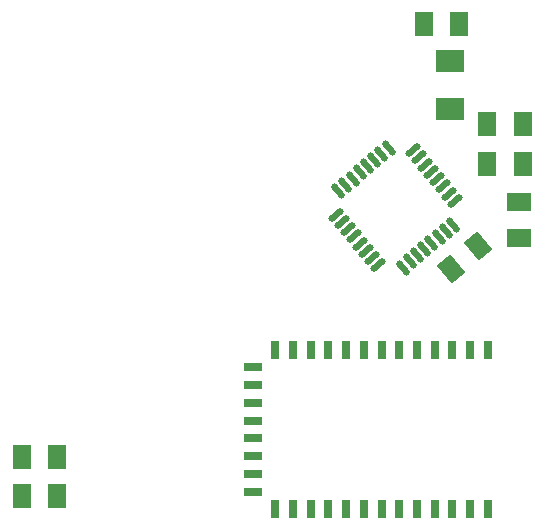
<source format=gtp>
G04 Layer_Color=8421504*
%FSLAX24Y24*%
%MOIN*%
G70*
G01*
G75*
G04:AMPARAMS|DCode=10|XSize=21.7mil|YSize=59.1mil|CornerRadius=0mil|HoleSize=0mil|Usage=FLASHONLY|Rotation=310.000|XOffset=0mil|YOffset=0mil|HoleType=Round|Shape=Round|*
%AMOVALD10*
21,1,0.0374,0.0217,0.0000,0.0000,40.0*
1,1,0.0217,-0.0143,-0.0120*
1,1,0.0217,0.0143,0.0120*
%
%ADD10OVALD10*%

G04:AMPARAMS|DCode=11|XSize=21.7mil|YSize=59.1mil|CornerRadius=0mil|HoleSize=0mil|Usage=FLASHONLY|Rotation=40.000|XOffset=0mil|YOffset=0mil|HoleType=Round|Shape=Round|*
%AMOVALD11*
21,1,0.0374,0.0217,0.0000,0.0000,130.0*
1,1,0.0217,0.0120,-0.0143*
1,1,0.0217,-0.0120,0.0143*
%
%ADD11OVALD11*%

%ADD12R,0.0591X0.0787*%
%ADD13R,0.0945X0.0748*%
%ADD14R,0.0787X0.0591*%
G04:AMPARAMS|DCode=15|XSize=59.1mil|YSize=78.7mil|CornerRadius=0mil|HoleSize=0mil|Usage=FLASHONLY|Rotation=40.000|XOffset=0mil|YOffset=0mil|HoleType=Round|Shape=Rectangle|*
%AMROTATEDRECTD15*
4,1,4,0.0027,-0.0491,-0.0479,0.0112,-0.0027,0.0491,0.0479,-0.0112,0.0027,-0.0491,0.0*
%
%ADD15ROTATEDRECTD15*%

%ADD16R,0.0250X0.0600*%
%ADD17R,0.0600X0.0250*%
D10*
X15373Y12570D02*
D03*
X15576Y12329D02*
D03*
X15778Y12087D02*
D03*
X15981Y11846D02*
D03*
X16183Y11605D02*
D03*
X16385Y11364D02*
D03*
X16588Y11122D02*
D03*
X16790Y10881D02*
D03*
X14227Y8730D02*
D03*
X14024Y8971D02*
D03*
X13822Y9213D02*
D03*
X13619Y9454D02*
D03*
X13417Y9695D02*
D03*
X13215Y9936D02*
D03*
X13012Y10178D02*
D03*
X12810Y10419D02*
D03*
D11*
X16720Y10077D02*
D03*
X16479Y9874D02*
D03*
X16237Y9672D02*
D03*
X15996Y9469D02*
D03*
X15746Y9290D02*
D03*
X15514Y9065D02*
D03*
X15272Y8862D02*
D03*
X15031Y8660D02*
D03*
X12880Y11223D02*
D03*
X13121Y11426D02*
D03*
X13363Y11628D02*
D03*
X13604Y11831D02*
D03*
X13845Y12033D02*
D03*
X14086Y12235D02*
D03*
X14328Y12438D02*
D03*
X14569Y12640D02*
D03*
D12*
X2341Y1050D02*
D03*
X3522D02*
D03*
X2341Y2350D02*
D03*
X3522D02*
D03*
X15741Y16767D02*
D03*
X16922D02*
D03*
X19041Y12100D02*
D03*
X17859D02*
D03*
X19041Y13450D02*
D03*
X17859D02*
D03*
D13*
X16600Y15557D02*
D03*
Y13943D02*
D03*
D14*
X18900Y10841D02*
D03*
Y9659D02*
D03*
D15*
X16648Y8620D02*
D03*
X17552Y9380D02*
D03*
D16*
X17875Y5923D02*
D03*
X17284D02*
D03*
X16694D02*
D03*
X16103D02*
D03*
X15513D02*
D03*
X14922D02*
D03*
X14332D02*
D03*
X13741D02*
D03*
X13150D02*
D03*
X12560D02*
D03*
X11969D02*
D03*
X11379D02*
D03*
X10788D02*
D03*
Y600D02*
D03*
X11379D02*
D03*
X11969D02*
D03*
X12560D02*
D03*
X13150D02*
D03*
X13741D02*
D03*
X14332D02*
D03*
X14922D02*
D03*
X15513D02*
D03*
X16103D02*
D03*
X16694D02*
D03*
X17284D02*
D03*
X17875D02*
D03*
D17*
X10050Y5332D02*
D03*
Y4742D02*
D03*
Y4151D02*
D03*
Y3561D02*
D03*
Y2970D02*
D03*
Y2370D02*
D03*
Y1780D02*
D03*
Y1190D02*
D03*
M02*

</source>
